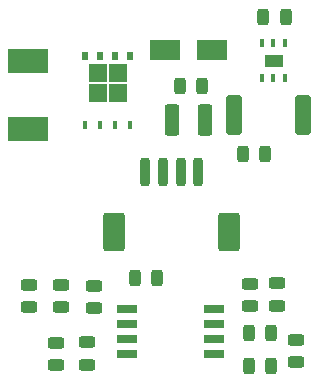
<source format=gbr>
%TF.GenerationSoftware,KiCad,Pcbnew,6.0.6-3a73a75311~116~ubuntu22.04.1*%
%TF.CreationDate,2022-08-06T20:48:40+02:00*%
%TF.ProjectId,buck_3a_v4,6275636b-5f33-4615-9f76-342e6b696361,rev?*%
%TF.SameCoordinates,Original*%
%TF.FileFunction,Paste,Top*%
%TF.FilePolarity,Positive*%
%FSLAX46Y46*%
G04 Gerber Fmt 4.6, Leading zero omitted, Abs format (unit mm)*
G04 Created by KiCad (PCBNEW 6.0.6-3a73a75311~116~ubuntu22.04.1) date 2022-08-06 20:48:40*
%MOMM*%
%LPD*%
G01*
G04 APERTURE LIST*
G04 Aperture macros list*
%AMRoundRect*
0 Rectangle with rounded corners*
0 $1 Rounding radius*
0 $2 $3 $4 $5 $6 $7 $8 $9 X,Y pos of 4 corners*
0 Add a 4 corners polygon primitive as box body*
4,1,4,$2,$3,$4,$5,$6,$7,$8,$9,$2,$3,0*
0 Add four circle primitives for the rounded corners*
1,1,$1+$1,$2,$3*
1,1,$1+$1,$4,$5*
1,1,$1+$1,$6,$7*
1,1,$1+$1,$8,$9*
0 Add four rect primitives between the rounded corners*
20,1,$1+$1,$2,$3,$4,$5,0*
20,1,$1+$1,$4,$5,$6,$7,0*
20,1,$1+$1,$6,$7,$8,$9,0*
20,1,$1+$1,$8,$9,$2,$3,0*%
G04 Aperture macros list end*
%ADD10C,0.010000*%
%ADD11RoundRect,0.243750X-0.456250X0.243750X-0.456250X-0.243750X0.456250X-0.243750X0.456250X0.243750X0*%
%ADD12RoundRect,0.243750X-0.243750X-0.456250X0.243750X-0.456250X0.243750X0.456250X-0.243750X0.456250X0*%
%ADD13RoundRect,0.250000X0.375000X1.075000X-0.375000X1.075000X-0.375000X-1.075000X0.375000X-1.075000X0*%
%ADD14R,3.400000X2.000000*%
%ADD15R,2.500000X1.800000*%
%ADD16RoundRect,0.243750X0.456250X-0.243750X0.456250X0.243750X-0.456250X0.243750X-0.456250X-0.243750X0*%
%ADD17RoundRect,0.250000X0.650000X1.400000X-0.650000X1.400000X-0.650000X-1.400000X0.650000X-1.400000X0*%
%ADD18RoundRect,0.200000X0.200000X1.000000X-0.200000X1.000000X-0.200000X-1.000000X0.200000X-1.000000X0*%
%ADD19R,1.700000X0.650000*%
%ADD20R,0.420000X0.760000*%
%ADD21RoundRect,0.243750X0.243750X0.456250X-0.243750X0.456250X-0.243750X-0.456250X0.243750X-0.456250X0*%
%ADD22RoundRect,0.250000X0.425000X1.425000X-0.425000X1.425000X-0.425000X-1.425000X0.425000X-1.425000X0*%
%ADD23R,0.500000X0.750000*%
%ADD24R,1.500000X1.500000*%
%ADD25R,0.400000X0.750000*%
G04 APERTURE END LIST*
%TO.C,U1*%
G36*
X59330000Y-38270000D02*
G01*
X57870000Y-38270000D01*
X57870000Y-37330000D01*
X59330000Y-37330000D01*
X59330000Y-38270000D01*
G37*
D10*
X59330000Y-38270000D02*
X57870000Y-38270000D01*
X57870000Y-37330000D01*
X59330000Y-37330000D01*
X59330000Y-38270000D01*
%TD*%
D11*
%TO.C,R8*%
X40200000Y-63537500D03*
X40200000Y-61662500D03*
%TD*%
D12*
%TO.C,C3*%
X57900000Y-45700000D03*
X56025000Y-45700000D03*
%TD*%
%TO.C,C7*%
X59637500Y-34100000D03*
X57762500Y-34100000D03*
%TD*%
D13*
%TO.C,C1*%
X50000000Y-42800000D03*
X52800000Y-42800000D03*
%TD*%
D14*
%TO.C,L1*%
X37800000Y-37850000D03*
X37800000Y-43550000D03*
%TD*%
D15*
%TO.C,D1*%
X49400000Y-36900000D03*
X53400000Y-36900000D03*
%TD*%
D16*
%TO.C,C6*%
X43400000Y-56862500D03*
X43400000Y-58737500D03*
%TD*%
D17*
%TO.C,J3*%
X45150000Y-52300000D03*
X54850000Y-52300000D03*
D18*
X47750000Y-47250000D03*
X49250000Y-47250000D03*
X50750000Y-47250000D03*
X52250000Y-47250000D03*
%TD*%
D19*
%TO.C,U2*%
X53546000Y-58811000D03*
X53546000Y-60081000D03*
X53546000Y-61351000D03*
X53546000Y-62621000D03*
X46246000Y-62621000D03*
X46246000Y-61351000D03*
X46246000Y-60081000D03*
X46246000Y-58811000D03*
%TD*%
D20*
%TO.C,U1*%
X57650000Y-39285000D03*
X58600000Y-39285000D03*
X59550000Y-39285000D03*
X59550000Y-36315000D03*
X58600000Y-36315000D03*
X57650000Y-36315000D03*
%TD*%
D12*
%TO.C,R7*%
X48737500Y-56200000D03*
X46862500Y-56200000D03*
%TD*%
D16*
%TO.C,R6*%
X42846000Y-61641000D03*
X42846000Y-63516000D03*
%TD*%
%TO.C,R5*%
X60500000Y-61400000D03*
X60500000Y-63275000D03*
%TD*%
%TO.C,R4*%
X37946000Y-56778500D03*
X37946000Y-58653500D03*
%TD*%
D11*
%TO.C,R3*%
X40596000Y-58653500D03*
X40596000Y-56778500D03*
%TD*%
D21*
%TO.C,R2*%
X56508500Y-60816000D03*
X58383500Y-60816000D03*
%TD*%
D22*
%TO.C,R1*%
X55300000Y-42400000D03*
X61100000Y-42400000D03*
%TD*%
D23*
%TO.C,Q1*%
X46505000Y-37395000D03*
X45235000Y-37395000D03*
X43965000Y-37395000D03*
X42695000Y-37395000D03*
D24*
X45450000Y-40500000D03*
X43750000Y-40500000D03*
X45450000Y-38800000D03*
X43750000Y-38800000D03*
D25*
X46505000Y-43200000D03*
X45235000Y-43200000D03*
X43965000Y-43200000D03*
X42695000Y-43200000D03*
%TD*%
D12*
%TO.C,D2*%
X58375000Y-63600000D03*
X56500000Y-63600000D03*
%TD*%
D16*
%TO.C,C5*%
X58946000Y-56641000D03*
X58946000Y-58516000D03*
%TD*%
%TO.C,C4*%
X56646000Y-56678500D03*
X56646000Y-58553500D03*
%TD*%
D21*
%TO.C,C2*%
X50662500Y-39900000D03*
X52537500Y-39900000D03*
%TD*%
M02*

</source>
